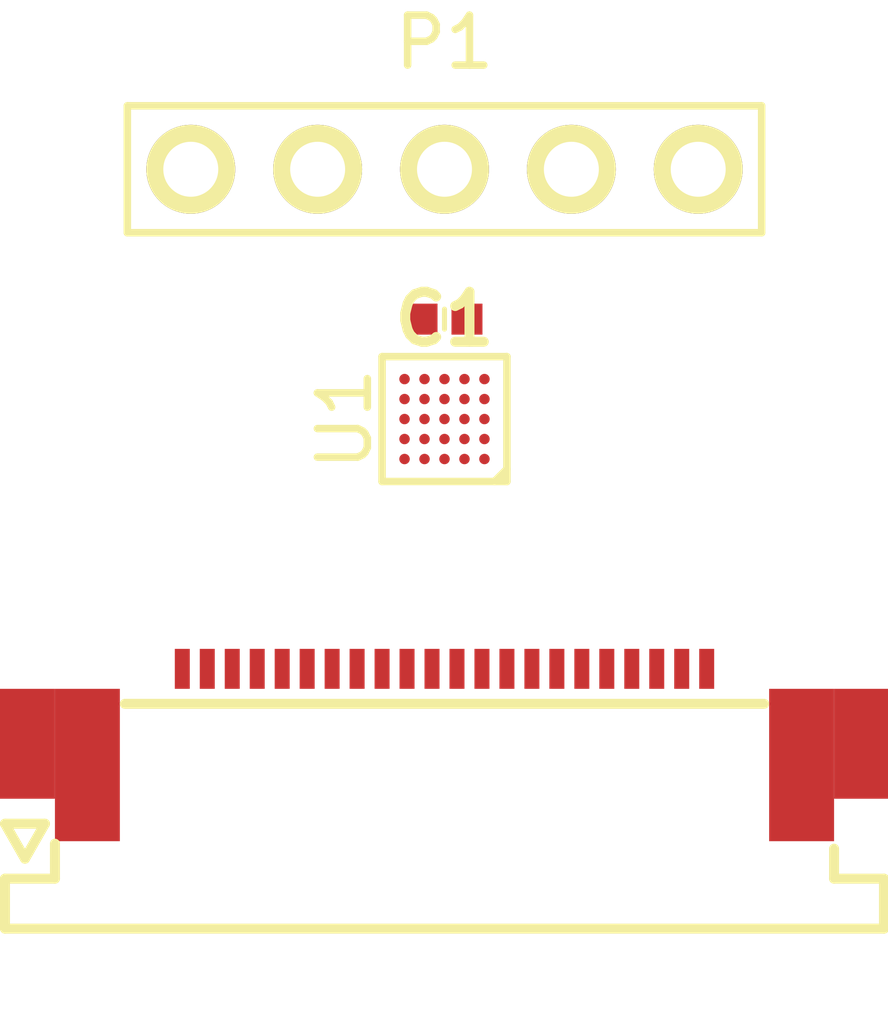
<source format=kicad_pcb>
(kicad_pcb (version 4) (host pcbnew 0.201511251016+6329~38~ubuntu14.04.1-stable)

  (general
    (links 27)
    (no_connects 27)
    (area 0 0 0 0)
    (thickness 1.6)
    (drawings 0)
    (tracks 0)
    (zones 0)
    (modules 4)
    (nets 26)
  )

  (page A4)
  (layers
    (0 F.Cu signal)
    (31 B.Cu signal)
    (32 B.Adhes user)
    (33 F.Adhes user)
    (34 B.Paste user)
    (35 F.Paste user)
    (36 B.SilkS user)
    (37 F.SilkS user)
    (38 B.Mask user)
    (39 F.Mask user)
    (40 Dwgs.User user)
    (41 Cmts.User user)
    (42 Eco1.User user)
    (43 Eco2.User user)
    (44 Edge.Cuts user)
    (45 Margin user)
    (46 B.CrtYd user)
    (47 F.CrtYd user)
    (48 B.Fab user)
    (49 F.Fab user hide)
  )

  (setup
    (last_trace_width 0.1)
    (trace_clearance 0.1)
    (zone_clearance 0.508)
    (zone_45_only no)
    (trace_min 0.1)
    (segment_width 0.2)
    (edge_width 0.1)
    (via_size 0.6)
    (via_drill 0.4)
    (via_min_size 0.4)
    (via_min_drill 0.3)
    (uvia_size 0.3)
    (uvia_drill 0.1)
    (uvias_allowed no)
    (uvia_min_size 0.2)
    (uvia_min_drill 0.1)
    (pcb_text_width 0.3)
    (pcb_text_size 1.5 1.5)
    (mod_edge_width 0.15)
    (mod_text_size 1 1)
    (mod_text_width 0.15)
    (pad_size 1.5 1.5)
    (pad_drill 0.6)
    (pad_to_mask_clearance 0)
    (aux_axis_origin 0 0)
    (visible_elements FFFFF77F)
    (pcbplotparams
      (layerselection 0x00030_80000001)
      (usegerberextensions false)
      (excludeedgelayer true)
      (linewidth 0.100000)
      (plotframeref false)
      (viasonmask false)
      (mode 1)
      (useauxorigin false)
      (hpglpennumber 1)
      (hpglpenspeed 20)
      (hpglpendiameter 15)
      (hpglpenoverlay 2)
      (psnegative false)
      (psa4output false)
      (plotreference true)
      (plotvalue true)
      (plotinvisibletext false)
      (padsonsilk false)
      (subtractmaskfromsilk false)
      (outputformat 1)
      (mirror false)
      (drillshape 1)
      (scaleselection 1)
      (outputdirectory ""))
  )

  (net 0 "")
  (net 1 /COL09)
  (net 2 /COL12)
  (net 3 /COL11)
  (net 4 /COL10)
  (net 5 /COL08)
  (net 6 /COL07)
  (net 7 /COL03)
  (net 8 /COL04)
  (net 9 /COL05)
  (net 10 /COL06)
  (net 11 /COL02)
  (net 12 /R03)
  (net 13 /R04)
  (net 14 /R05)
  (net 15 /COL01)
  (net 16 /R02)
  (net 17 /R06)
  (net 18 /R08)
  (net 19 /R07)
  (net 20 /R01)
  (net 21 GND)
  (net 22 VCC)
  (net 23 /RESET)
  (net 24 /SCL)
  (net 25 /SDA)

  (net_class Default "This is the default net class."
    (clearance 0.1)
    (trace_width 0.1)
    (via_dia 0.6)
    (via_drill 0.4)
    (uvia_dia 0.3)
    (uvia_drill 0.1)
    (add_net /COL01)
    (add_net /COL02)
    (add_net /COL03)
    (add_net /COL04)
    (add_net /COL05)
    (add_net /COL06)
    (add_net /COL07)
    (add_net /COL08)
    (add_net /COL09)
    (add_net /COL10)
    (add_net /COL11)
    (add_net /COL12)
    (add_net /R01)
    (add_net /R02)
    (add_net /R03)
    (add_net /R04)
    (add_net /R05)
    (add_net /R06)
    (add_net /R07)
    (add_net /R08)
    (add_net /RESET)
    (add_net /SCL)
    (add_net /SDA)
    (add_net GND)
    (add_net VCC)
  )

  (module SMD-Connectors:FPC_0.5mm_22p-MOLEX_52437 (layer F.Cu) (tedit 54E0FDEB) (tstamp 56589096)
    (at 142 100)
    (path /553BC891)
    (fp_text reference KB1 (at 0 2.5) (layer F.SilkS) hide
      (effects (font (size 1.5 1.5) (thickness 0.2)))
    )
    (fp_text value KEYBOARD-PSION-5MX (at 0 2.5) (layer F.SilkS) hide
      (effects (font (size 1.5 1.5) (thickness 0.2)))
    )
    (fp_line (start -8.8 3.1) (end -8 3.1) (layer F.SilkS) (width 0.2))
    (fp_line (start -8 3.1) (end -8.4 3.8) (layer F.SilkS) (width 0.2))
    (fp_line (start -8.4 3.8) (end -8.8 3.1) (layer F.SilkS) (width 0.2))
    (fp_line (start -7.8 3.5) (end -7.8 4.2) (layer F.SilkS) (width 0.2))
    (fp_line (start -7.8 4.2) (end -8.8 4.2) (layer F.SilkS) (width 0.2))
    (fp_line (start -8.8 4.2) (end -8.8 5.2) (layer F.SilkS) (width 0.2))
    (fp_line (start -8.8 5.2) (end 8.8 5.2) (layer F.SilkS) (width 0.2))
    (fp_line (start 8.8 5.2) (end 8.8 4.2) (layer F.SilkS) (width 0.2))
    (fp_line (start 8.8 4.2) (end 7.8 4.2) (layer F.SilkS) (width 0.2))
    (fp_line (start 7.8 4.2) (end 7.8 3.6) (layer F.SilkS) (width 0.2))
    (fp_line (start 5.75 1.3) (end 5.75 1.5) (layer Dwgs.User) (width 0.05))
    (fp_line (start 5.75 1.7) (end 5.75 1.9) (layer Dwgs.User) (width 0.05))
    (fp_line (start 5.75 2.5) (end 5.75 2.7) (layer Dwgs.User) (width 0.05))
    (fp_line (start 5.75 2.1) (end 5.75 2.3) (layer Dwgs.User) (width 0.05))
    (fp_line (start 5.75 2.9) (end 5.75 3.1) (layer Dwgs.User) (width 0.05))
    (fp_line (start 5.75 3.3) (end 5.75 3.5) (layer Dwgs.User) (width 0.05))
    (fp_line (start 5.75 5.7) (end 5.75 5.9) (layer Dwgs.User) (width 0.05))
    (fp_line (start 5.75 5.3) (end 5.75 5.5) (layer Dwgs.User) (width 0.05))
    (fp_line (start 5.75 4.5) (end 5.75 4.7) (layer Dwgs.User) (width 0.05))
    (fp_line (start 5.75 4.9) (end 5.75 5.1) (layer Dwgs.User) (width 0.05))
    (fp_line (start 5.75 4.1) (end 5.75 4.3) (layer Dwgs.User) (width 0.05))
    (fp_line (start 5.75 3.7) (end 5.75 3.9) (layer Dwgs.User) (width 0.05))
    (fp_line (start 5.75 6.9) (end 5.75 7.1) (layer Dwgs.User) (width 0.05))
    (fp_line (start 5.75 6.5) (end 5.75 6.7) (layer Dwgs.User) (width 0.05))
    (fp_line (start 5.75 6.1) (end 5.75 6.3) (layer Dwgs.User) (width 0.05))
    (fp_line (start -5.75 6.1) (end -5.75 6.3) (layer Dwgs.User) (width 0.05))
    (fp_line (start -5.75 6.5) (end -5.75 6.7) (layer Dwgs.User) (width 0.05))
    (fp_line (start -5.75 6.9) (end -5.75 7.1) (layer Dwgs.User) (width 0.05))
    (fp_line (start -5.75 3.7) (end -5.75 3.9) (layer Dwgs.User) (width 0.05))
    (fp_line (start -5.75 4.1) (end -5.75 4.3) (layer Dwgs.User) (width 0.05))
    (fp_line (start -5.75 4.9) (end -5.75 5.1) (layer Dwgs.User) (width 0.05))
    (fp_line (start -5.75 4.5) (end -5.75 4.7) (layer Dwgs.User) (width 0.05))
    (fp_line (start -5.75 5.3) (end -5.75 5.5) (layer Dwgs.User) (width 0.05))
    (fp_line (start -5.75 5.7) (end -5.75 5.9) (layer Dwgs.User) (width 0.05))
    (fp_line (start -5.75 3.3) (end -5.75 3.5) (layer Dwgs.User) (width 0.05))
    (fp_line (start -5.75 2.9) (end -5.75 3.1) (layer Dwgs.User) (width 0.05))
    (fp_line (start -5.75 2.1) (end -5.75 2.3) (layer Dwgs.User) (width 0.05))
    (fp_line (start -5.75 2.5) (end -5.75 2.7) (layer Dwgs.User) (width 0.05))
    (fp_line (start -5.75 1.7) (end -5.75 1.9) (layer Dwgs.User) (width 0.05))
    (fp_line (start -5.75 1.3) (end -5.75 1.5) (layer Dwgs.User) (width 0.05))
    (fp_line (start 4.7 1.2) (end 4.9 1.2) (layer Dwgs.User) (width 0.05))
    (fp_line (start 5.1 1.2) (end 5.3 1.2) (layer Dwgs.User) (width 0.05))
    (fp_line (start 5.5 1.2) (end 5.7 1.2) (layer Dwgs.User) (width 0.05))
    (fp_line (start 4.3 1.2) (end 4.5 1.2) (layer Dwgs.User) (width 0.05))
    (fp_line (start -2.1 1.2) (end -1.9 1.2) (layer Dwgs.User) (width 0.05))
    (fp_line (start -1.7 1.2) (end -1.5 1.2) (layer Dwgs.User) (width 0.05))
    (fp_line (start -0.9 1.2) (end -0.7 1.2) (layer Dwgs.User) (width 0.05))
    (fp_line (start -1.3 1.2) (end -1.1 1.2) (layer Dwgs.User) (width 0.05))
    (fp_line (start 0.3 1.2) (end 0.5 1.2) (layer Dwgs.User) (width 0.05))
    (fp_line (start 0.7 1.2) (end 0.9 1.2) (layer Dwgs.User) (width 0.05))
    (fp_line (start -0.1 1.2) (end 0.1 1.2) (layer Dwgs.User) (width 0.05))
    (fp_line (start -0.5 1.2) (end -0.3 1.2) (layer Dwgs.User) (width 0.05))
    (fp_line (start 2.7 1.2) (end 2.9 1.2) (layer Dwgs.User) (width 0.05))
    (fp_line (start 3.1 1.2) (end 3.3 1.2) (layer Dwgs.User) (width 0.05))
    (fp_line (start 3.9 1.2) (end 4.1 1.2) (layer Dwgs.User) (width 0.05))
    (fp_line (start 3.5 1.2) (end 3.7 1.2) (layer Dwgs.User) (width 0.05))
    (fp_line (start 1.9 1.2) (end 2.1 1.2) (layer Dwgs.User) (width 0.05))
    (fp_line (start 2.3 1.2) (end 2.5 1.2) (layer Dwgs.User) (width 0.05))
    (fp_line (start 1.5 1.2) (end 1.7 1.2) (layer Dwgs.User) (width 0.05))
    (fp_line (start 1.1 1.2) (end 1.3 1.2) (layer Dwgs.User) (width 0.05))
    (fp_line (start -5.3 1.2) (end -5.1 1.2) (layer Dwgs.User) (width 0.05))
    (fp_line (start -4.9 1.2) (end -4.7 1.2) (layer Dwgs.User) (width 0.05))
    (fp_line (start -4.1 1.2) (end -3.9 1.2) (layer Dwgs.User) (width 0.05))
    (fp_line (start -4.5 1.2) (end -4.3 1.2) (layer Dwgs.User) (width 0.05))
    (fp_line (start -2.9 1.2) (end -2.7 1.2) (layer Dwgs.User) (width 0.05))
    (fp_line (start -2.5 1.2) (end -2.3 1.2) (layer Dwgs.User) (width 0.05))
    (fp_line (start -3.3 1.2) (end -3.1 1.2) (layer Dwgs.User) (width 0.05))
    (fp_line (start -3.7 1.2) (end -3.5 1.2) (layer Dwgs.User) (width 0.05))
    (fp_line (start -5.7 1.2) (end -5.5 1.2) (layer Dwgs.User) (width 0.05))
    (fp_line (start -8.5 5.8) (end -8.3 5.8) (layer Dwgs.User) (width 0.05))
    (fp_line (start -8.1 5.8) (end -7.9 5.8) (layer Dwgs.User) (width 0.05))
    (fp_line (start -7.3 5.8) (end -7.1 5.8) (layer Dwgs.User) (width 0.05))
    (fp_line (start -7.7 5.8) (end -7.5 5.8) (layer Dwgs.User) (width 0.05))
    (fp_line (start -6.1 5.8) (end -5.9 5.8) (layer Dwgs.User) (width 0.05))
    (fp_line (start -5.7 5.8) (end -5.5 5.8) (layer Dwgs.User) (width 0.05))
    (fp_line (start -6.5 5.8) (end -6.3 5.8) (layer Dwgs.User) (width 0.05))
    (fp_line (start -6.9 5.8) (end -6.7 5.8) (layer Dwgs.User) (width 0.05))
    (fp_line (start -3.7 5.8) (end -3.5 5.8) (layer Dwgs.User) (width 0.05))
    (fp_line (start -3.3 5.8) (end -3.1 5.8) (layer Dwgs.User) (width 0.05))
    (fp_line (start -2.5 5.8) (end -2.3 5.8) (layer Dwgs.User) (width 0.05))
    (fp_line (start -2.9 5.8) (end -2.7 5.8) (layer Dwgs.User) (width 0.05))
    (fp_line (start -4.5 5.8) (end -4.3 5.8) (layer Dwgs.User) (width 0.05))
    (fp_line (start -4.1 5.8) (end -3.9 5.8) (layer Dwgs.User) (width 0.05))
    (fp_line (start -4.9 5.8) (end -4.7 5.8) (layer Dwgs.User) (width 0.05))
    (fp_line (start -5.3 5.8) (end -5.1 5.8) (layer Dwgs.User) (width 0.05))
    (fp_line (start 1.1 5.8) (end 1.3 5.8) (layer Dwgs.User) (width 0.05))
    (fp_line (start 1.5 5.8) (end 1.7 5.8) (layer Dwgs.User) (width 0.05))
    (fp_line (start 2.3 5.8) (end 2.5 5.8) (layer Dwgs.User) (width 0.05))
    (fp_line (start 1.9 5.8) (end 2.1 5.8) (layer Dwgs.User) (width 0.05))
    (fp_line (start 3.5 5.8) (end 3.7 5.8) (layer Dwgs.User) (width 0.05))
    (fp_line (start 3.9 5.8) (end 4.1 5.8) (layer Dwgs.User) (width 0.05))
    (fp_line (start 3.1 5.8) (end 3.3 5.8) (layer Dwgs.User) (width 0.05))
    (fp_line (start 2.7 5.8) (end 2.9 5.8) (layer Dwgs.User) (width 0.05))
    (fp_line (start -0.5 5.8) (end -0.3 5.8) (layer Dwgs.User) (width 0.05))
    (fp_line (start -0.1 5.8) (end 0.1 5.8) (layer Dwgs.User) (width 0.05))
    (fp_line (start 0.7 5.8) (end 0.9 5.8) (layer Dwgs.User) (width 0.05))
    (fp_line (start 0.3 5.8) (end 0.5 5.8) (layer Dwgs.User) (width 0.05))
    (fp_line (start -1.3 5.8) (end -1.1 5.8) (layer Dwgs.User) (width 0.05))
    (fp_line (start -0.9 5.8) (end -0.7 5.8) (layer Dwgs.User) (width 0.05))
    (fp_line (start -1.7 5.8) (end -1.5 5.8) (layer Dwgs.User) (width 0.05))
    (fp_line (start -2.1 5.8) (end -1.9 5.8) (layer Dwgs.User) (width 0.05))
    (fp_line (start 6.3 5.8) (end 6.5 5.8) (layer Dwgs.User) (width 0.05))
    (fp_line (start 6.7 5.8) (end 6.9 5.8) (layer Dwgs.User) (width 0.05))
    (fp_line (start 7.5 5.8) (end 7.7 5.8) (layer Dwgs.User) (width 0.05))
    (fp_line (start 7.1 5.8) (end 7.3 5.8) (layer Dwgs.User) (width 0.05))
    (fp_line (start 8.3 5.8) (end 8.5 5.8) (layer Dwgs.User) (width 0.05))
    (fp_line (start 7.9 5.8) (end 8.1 5.8) (layer Dwgs.User) (width 0.05))
    (fp_line (start 4.3 5.8) (end 4.5 5.8) (layer Dwgs.User) (width 0.05))
    (fp_line (start 5.5 5.8) (end 5.7 5.8) (layer Dwgs.User) (width 0.05))
    (fp_line (start 5.9 5.8) (end 6.1 5.8) (layer Dwgs.User) (width 0.05))
    (fp_line (start 5.1 5.8) (end 5.3 5.8) (layer Dwgs.User) (width 0.05))
    (fp_line (start 4.7 5.8) (end 4.9 5.8) (layer Dwgs.User) (width 0.05))
    (fp_line (start 8.7 5.8) (end 8.8 5.8) (layer Dwgs.User) (width 0.05))
    (fp_line (start -8.8 5.8) (end -8.7 5.8) (layer Dwgs.User) (width 0.05))
    (fp_line (start 8.7 6.8) (end 8.8 6.8) (layer Dwgs.User) (width 0.05))
    (fp_line (start 7.8 5.4) (end 7.8 5.6) (layer Dwgs.User) (width 0.05))
    (fp_line (start 8.8 5.8) (end 8.8 6) (layer Dwgs.User) (width 0.05))
    (fp_line (start 8.8 6.2) (end 8.8 6.4) (layer Dwgs.User) (width 0.05))
    (fp_line (start 8.8 6.6) (end 8.8 6.8) (layer Dwgs.User) (width 0.05))
    (fp_line (start 4.7 6.8) (end 4.9 6.8) (layer Dwgs.User) (width 0.05))
    (fp_line (start 5.1 6.8) (end 5.3 6.8) (layer Dwgs.User) (width 0.05))
    (fp_line (start 5.9 6.8) (end 6.1 6.8) (layer Dwgs.User) (width 0.05))
    (fp_line (start 5.5 6.8) (end 5.7 6.8) (layer Dwgs.User) (width 0.05))
    (fp_line (start 4.3 6.8) (end 4.5 6.8) (layer Dwgs.User) (width 0.05))
    (fp_line (start 7.9 6.8) (end 8.1 6.8) (layer Dwgs.User) (width 0.05))
    (fp_line (start 8.3 6.8) (end 8.5 6.8) (layer Dwgs.User) (width 0.05))
    (fp_line (start 7.1 6.8) (end 7.3 6.8) (layer Dwgs.User) (width 0.05))
    (fp_line (start 7.5 6.8) (end 7.7 6.8) (layer Dwgs.User) (width 0.05))
    (fp_line (start 6.7 6.8) (end 6.9 6.8) (layer Dwgs.User) (width 0.05))
    (fp_line (start 6.3 6.8) (end 6.5 6.8) (layer Dwgs.User) (width 0.05))
    (fp_line (start -2.1 6.8) (end -1.9 6.8) (layer Dwgs.User) (width 0.05))
    (fp_line (start -1.7 6.8) (end -1.5 6.8) (layer Dwgs.User) (width 0.05))
    (fp_line (start -0.9 6.8) (end -0.7 6.8) (layer Dwgs.User) (width 0.05))
    (fp_line (start -1.3 6.8) (end -1.1 6.8) (layer Dwgs.User) (width 0.05))
    (fp_line (start 0.3 6.8) (end 0.5 6.8) (layer Dwgs.User) (width 0.05))
    (fp_line (start 0.7 6.8) (end 0.9 6.8) (layer Dwgs.User) (width 0.05))
    (fp_line (start -0.1 6.8) (end 0.1 6.8) (layer Dwgs.User) (width 0.05))
    (fp_line (start -0.5 6.8) (end -0.3 6.8) (layer Dwgs.User) (width 0.05))
    (fp_line (start 2.7 6.8) (end 2.9 6.8) (layer Dwgs.User) (width 0.05))
    (fp_line (start 3.1 6.8) (end 3.3 6.8) (layer Dwgs.User) (width 0.05))
    (fp_line (start 3.9 6.8) (end 4.1 6.8) (layer Dwgs.User) (width 0.05))
    (fp_line (start 3.5 6.8) (end 3.7 6.8) (layer Dwgs.User) (width 0.05))
    (fp_line (start 1.9 6.8) (end 2.1 6.8) (layer Dwgs.User) (width 0.05))
    (fp_line (start 2.3 6.8) (end 2.5 6.8) (layer Dwgs.User) (width 0.05))
    (fp_line (start 1.5 6.8) (end 1.7 6.8) (layer Dwgs.User) (width 0.05))
    (fp_line (start 1.1 6.8) (end 1.3 6.8) (layer Dwgs.User) (width 0.05))
    (fp_line (start -5.3 6.8) (end -5.1 6.8) (layer Dwgs.User) (width 0.05))
    (fp_line (start -4.9 6.8) (end -4.7 6.8) (layer Dwgs.User) (width 0.05))
    (fp_line (start -4.1 6.8) (end -3.9 6.8) (layer Dwgs.User) (width 0.05))
    (fp_line (start -4.5 6.8) (end -4.3 6.8) (layer Dwgs.User) (width 0.05))
    (fp_line (start -2.9 6.8) (end -2.7 6.8) (layer Dwgs.User) (width 0.05))
    (fp_line (start -2.5 6.8) (end -2.3 6.8) (layer Dwgs.User) (width 0.05))
    (fp_line (start -3.3 6.8) (end -3.1 6.8) (layer Dwgs.User) (width 0.05))
    (fp_line (start -3.7 6.8) (end -3.5 6.8) (layer Dwgs.User) (width 0.05))
    (fp_line (start -6.9 6.8) (end -6.7 6.8) (layer Dwgs.User) (width 0.05))
    (fp_line (start -6.5 6.8) (end -6.3 6.8) (layer Dwgs.User) (width 0.05))
    (fp_line (start -5.7 6.8) (end -5.5 6.8) (layer Dwgs.User) (width 0.05))
    (fp_line (start -6.1 6.8) (end -5.9 6.8) (layer Dwgs.User) (width 0.05))
    (fp_line (start -7.7 6.8) (end -7.5 6.8) (layer Dwgs.User) (width 0.05))
    (fp_line (start -7.3 6.8) (end -7.1 6.8) (layer Dwgs.User) (width 0.05))
    (fp_line (start -8.1 6.8) (end -7.9 6.8) (layer Dwgs.User) (width 0.05))
    (fp_line (start -8.5 6.8) (end -8.3 6.8) (layer Dwgs.User) (width 0.05))
    (fp_line (start -8.8 6.8) (end -8.7 6.8) (layer Dwgs.User) (width 0.05))
    (fp_line (start -8.8 6.6) (end -8.8 6.8) (layer Dwgs.User) (width 0.05))
    (fp_line (start -8.8 6.2) (end -8.8 6.4) (layer Dwgs.User) (width 0.05))
    (fp_line (start -8.8 5.8) (end -8.8 6) (layer Dwgs.User) (width 0.05))
    (fp_line (start -7.8 5.4) (end -7.8 5.6) (layer Dwgs.User) (width 0.05))
    (fp_line (start 8.8 4.2) (end 8.8 5.2) (layer Dwgs.User) (width 0.05))
    (fp_line (start -8.8 4.2) (end -8.8 5.2) (layer Dwgs.User) (width 0.05))
    (fp_line (start -7.8 0.7) (end -7.8 4.2) (layer Dwgs.User) (width 0.05))
    (fp_line (start -8.8 4.2) (end 8.8 4.2) (layer Dwgs.User) (width 0.05))
    (fp_line (start 7.8 4.2) (end 7.8 0.7) (layer Dwgs.User) (width 0.05))
    (fp_line (start 7.8 0.7) (end -7.8 0.7) (layer Dwgs.User) (width 0.05))
    (fp_line (start 8.8 5.2) (end -8.8 5.2) (layer Dwgs.User) (width 0.05))
    (fp_line (start -6.4 0.7) (end 6.4 0.7) (layer F.SilkS) (width 0.2))
    (pad "" smd rect (at 6.1 1.6) (size 0.8 1.3) (layers Eco2.User))
    (pad "" smd rect (at 8.35 1.5) (size 1.1 2.2) (layers F.Cu F.Paste F.Mask))
    (pad "" smd rect (at 7.15 1.925) (size 1.3 3.05) (layers F.Cu F.Paste F.Mask))
    (pad 1 smd rect (at -5.25 0) (size 0.3 0.8) (layers F.Cu F.Paste F.Mask))
    (pad 2 smd rect (at -4.75 0) (size 0.3 0.8) (layers F.Cu F.Paste F.Mask)
      (net 1 /COL09))
    (pad 3 smd rect (at -4.25 0) (size 0.3 0.8) (layers F.Cu F.Paste F.Mask)
      (net 2 /COL12))
    (pad 4 smd rect (at -3.75 0) (size 0.3 0.8) (layers F.Cu F.Paste F.Mask)
      (net 3 /COL11))
    (pad 5 smd rect (at -3.25 0) (size 0.3 0.8) (layers F.Cu F.Paste F.Mask)
      (net 4 /COL10))
    (pad 6 smd rect (at -2.75 0) (size 0.3 0.8) (layers F.Cu F.Paste F.Mask)
      (net 5 /COL08))
    (pad 7 smd rect (at -2.25 0) (size 0.3 0.8) (layers F.Cu F.Paste F.Mask)
      (net 6 /COL07))
    (pad 8 smd rect (at -1.75 0) (size 0.3 0.8) (layers F.Cu F.Paste F.Mask)
      (net 7 /COL03))
    (pad 9 smd rect (at -1.25 0) (size 0.3 0.8) (layers F.Cu F.Paste F.Mask)
      (net 8 /COL04))
    (pad 10 smd rect (at -0.75 0) (size 0.3 0.8) (layers F.Cu F.Paste F.Mask)
      (net 9 /COL05))
    (pad 11 smd rect (at -0.25 0) (size 0.3 0.8) (layers F.Cu F.Paste F.Mask)
      (net 10 /COL06))
    (pad 12 smd rect (at 0.25 0) (size 0.3 0.8) (layers F.Cu F.Paste F.Mask)
      (net 11 /COL02))
    (pad 13 smd rect (at 0.75 0) (size 0.3 0.8) (layers F.Cu F.Paste F.Mask)
      (net 12 /R03))
    (pad 14 smd rect (at 1.25 0) (size 0.3 0.8) (layers F.Cu F.Paste F.Mask)
      (net 13 /R04))
    (pad 15 smd rect (at 1.75 0) (size 0.3 0.8) (layers F.Cu F.Paste F.Mask)
      (net 14 /R05))
    (pad 16 smd rect (at 2.25 0) (size 0.3 0.8) (layers F.Cu F.Paste F.Mask)
      (net 15 /COL01))
    (pad 17 smd rect (at 2.75 0) (size 0.3 0.8) (layers F.Cu F.Paste F.Mask)
      (net 16 /R02))
    (pad 18 smd rect (at 3.25 0) (size 0.3 0.8) (layers F.Cu F.Paste F.Mask)
      (net 17 /R06))
    (pad 19 smd rect (at 3.75 0) (size 0.3 0.8) (layers F.Cu F.Paste F.Mask)
      (net 18 /R08))
    (pad 20 smd rect (at 4.25 0) (size 0.3 0.8) (layers F.Cu F.Paste F.Mask)
      (net 19 /R07))
    (pad 21 smd rect (at 4.75 0) (size 0.3 0.8) (layers F.Cu F.Paste F.Mask)
      (net 20 /R01))
    (pad 22 smd rect (at 5.25 0) (size 0.3 0.8) (layers F.Cu F.Paste F.Mask))
    (pad "" smd rect (at -7.15 1.925) (size 1.3 3.05) (layers F.Cu F.Paste F.Mask))
    (pad "" smd rect (at -8.35 1.5) (size 1.1 2.2) (layers F.Cu F.Paste F.Mask))
    (pad "" smd rect (at -6.1 1.6) (size 0.8 1.3) (layers Eco2.User))
  )

  (module SMD-BGA:DSBGA-25_2x2_0mm4 locked (layer F.Cu) (tedit 565880FC) (tstamp 565890B3)
    (at 142 95 90)
    (path /565884AB)
    (fp_text reference U1 (at 0 -2 90) (layer F.SilkS)
      (effects (font (size 1 1) (thickness 0.15)))
    )
    (fp_text value LM8330 (at 0 0 90) (layer F.Fab)
      (effects (font (size 1 1) (thickness 0.15)))
    )
    (fp_line (start -1.25 1) (end -1 1.25) (layer F.SilkS) (width 0.15))
    (fp_line (start -1.25 1.25) (end -1.25 -1.25) (layer F.SilkS) (width 0.15))
    (fp_line (start -1.25 -1.25) (end 1.25 -1.25) (layer F.SilkS) (width 0.15))
    (fp_line (start 1.25 -1.25) (end 1.25 1.25) (layer F.SilkS) (width 0.15))
    (fp_line (start 1.25 1.25) (end -1.25 1.25) (layer F.SilkS) (width 0.15))
    (fp_line (start -1 1) (end -1 -1) (layer Dwgs.User) (width 0.05))
    (fp_line (start -1 -1) (end 1 -1) (layer Dwgs.User) (width 0.05))
    (fp_line (start 1 -1) (end 1 1) (layer Dwgs.User) (width 0.05))
    (fp_line (start 1 1) (end -1 1) (layer Dwgs.User) (width 0.05))
    (pad A1 smd circle (at -0.8 0.8 180) (size 0.21 0.21) (layers F.Cu F.Paste F.Mask)
      (net 14 /R05) (solder_mask_margin 0.05))
    (pad A2 smd circle (at -0.8 0.4 180) (size 0.21 0.21) (layers F.Cu F.Paste F.Mask)
      (net 17 /R06) (solder_mask_margin 0.05))
    (pad A3 smd circle (at -0.8 0 180) (size 0.21 0.21) (layers F.Cu F.Paste F.Mask)
      (net 23 /RESET) (solder_mask_margin 0.05))
    (pad A4 smd circle (at -0.8 -0.4 180) (size 0.21 0.21) (layers F.Cu F.Paste F.Mask)
      (net 24 /SCL) (solder_mask_margin 0.05))
    (pad A5 smd circle (at -0.8 -0.8 180) (size 0.21 0.21) (layers F.Cu F.Paste F.Mask)
      (net 25 /SDA) (solder_mask_margin 0.05))
    (pad B1 smd circle (at -0.4 0.8 180) (size 0.21 0.21) (layers F.Cu F.Paste F.Mask)
      (net 10 /COL06) (solder_mask_margin 0.05))
    (pad B2 smd circle (at -0.4 0.4 180) (size 0.21 0.21) (layers F.Cu F.Paste F.Mask)
      (net 9 /COL05) (solder_mask_margin 0.05))
    (pad B3 smd circle (at -0.4 0 180) (size 0.21 0.21) (layers F.Cu F.Paste F.Mask)
      (net 5 /COL08) (solder_mask_margin 0.05))
    (pad B4 smd circle (at -0.4 -0.4 180) (size 0.21 0.21) (layers F.Cu F.Paste F.Mask)
      (net 12 /R03) (solder_mask_margin 0.05))
    (pad B5 smd circle (at -0.4 -0.8 180) (size 0.21 0.21) (layers F.Cu F.Paste F.Mask)
      (net 13 /R04) (solder_mask_margin 0.05))
    (pad C1 smd circle (at 0 0.8 180) (size 0.21 0.21) (layers F.Cu F.Paste F.Mask)
      (net 19 /R07) (solder_mask_margin 0.05))
    (pad C2 smd circle (at 0 0.4 180) (size 0.21 0.21) (layers F.Cu F.Paste F.Mask)
      (net 6 /COL07) (solder_mask_margin 0.05))
    (pad C3 smd circle (at 0 0 180) (size 0.21 0.21) (layers F.Cu F.Paste F.Mask)
      (net 21 GND) (solder_mask_margin 0.05))
    (pad C4 smd circle (at 0 -0.4 180) (size 0.21 0.21) (layers F.Cu F.Paste F.Mask)
      (net 1 /COL09) (solder_mask_margin 0.05))
    (pad C5 smd circle (at 0 -0.8 180) (size 0.21 0.21) (layers F.Cu F.Paste F.Mask)
      (net 2 /COL12) (solder_mask_margin 0.05))
    (pad D1 smd circle (at 0.4 0.8 180) (size 0.21 0.21) (layers F.Cu F.Paste F.Mask)
      (net 18 /R08) (solder_mask_margin 0.05))
    (pad D2 smd circle (at 0.4 0.4 180) (size 0.21 0.21) (layers F.Cu F.Paste F.Mask)
      (net 16 /R02) (solder_mask_margin 0.05))
    (pad D3 smd circle (at 0.4 0 180) (size 0.21 0.21) (layers F.Cu F.Paste F.Mask)
      (net 22 VCC) (solder_mask_margin 0.05))
    (pad D4 smd circle (at 0.4 -0.4 180) (size 0.21 0.21) (layers F.Cu F.Paste F.Mask)
      (net 8 /COL04) (solder_mask_margin 0.05))
    (pad D5 smd circle (at 0.4 -0.8 180) (size 0.21 0.21) (layers F.Cu F.Paste F.Mask)
      (net 4 /COL10) (solder_mask_margin 0.05))
    (pad E1 smd circle (at 0.8 0.8 180) (size 0.21 0.21) (layers F.Cu F.Paste F.Mask)
      (net 20 /R01) (solder_mask_margin 0.05))
    (pad E2 smd circle (at 0.8 0.4 180) (size 0.21 0.21) (layers F.Cu F.Paste F.Mask)
      (net 7 /COL03) (solder_mask_margin 0.05))
    (pad E3 smd circle (at 0.8 0 180) (size 0.21 0.21) (layers F.Cu F.Paste F.Mask)
      (net 11 /COL02) (solder_mask_margin 0.05))
    (pad E4 smd circle (at 0.8 -0.4 180) (size 0.21 0.21) (layers F.Cu F.Paste F.Mask)
      (net 15 /COL01) (solder_mask_margin 0.05))
    (pad E5 smd circle (at 0.8 -0.8 180) (size 0.21 0.21) (layers F.Cu F.Paste F.Mask)
      (net 3 /COL11) (solder_mask_margin 0.05))
  )

  (module SMD-DiscreteB:C-0402-1005 (layer F.Cu) (tedit 54E8DE97) (tstamp 565890CA)
    (at 142 93)
    (path /56588EFD)
    (attr smd)
    (fp_text reference C1 (at 0 0) (layer F.SilkS)
      (effects (font (size 1 1) (thickness 0.2)))
    )
    (fp_text value 100n (at 0 0) (layer F.SilkS) hide
      (effects (font (size 1 1) (thickness 0.2)))
    )
    (fp_line (start 0 -0.2) (end 0 0.2) (layer F.SilkS) (width 0.1))
    (fp_line (start -0.95 -0.5) (end 0.95 -0.5) (layer Dwgs.User) (width 0.05))
    (fp_line (start 0.95 -0.5) (end 0.95 0.5) (layer Dwgs.User) (width 0.05))
    (fp_line (start 0.95 0.5) (end -0.95 0.5) (layer Dwgs.User) (width 0.05))
    (fp_line (start -0.95 0.5) (end -0.95 -0.5) (layer Dwgs.User) (width 0.05))
    (fp_line (start -0.5 -0.25) (end 0.5 -0.25) (layer Dwgs.User) (width 0.05))
    (fp_line (start 0.5 -0.25) (end 0.5 0.25) (layer Dwgs.User) (width 0.05))
    (fp_line (start 0.5 0.25) (end -0.5 0.25) (layer Dwgs.User) (width 0.05))
    (fp_line (start -0.5 0.25) (end -0.5 -0.25) (layer Dwgs.User) (width 0.05))
    (pad 1 smd rect (at -0.45 0) (size 0.62 0.62) (layers F.Cu F.Paste F.Mask)
      (net 22 VCC))
    (pad 2 smd rect (at 0.45 0) (size 0.62 0.62) (layers F.Cu F.Paste F.Mask)
      (net 21 GND))
    (model /home/rasmus/Dropbox/Projekt/Teknik/common/kicad-3d/Discretes/SMD/Cap/C-0402-1005.wrl
      (at (xyz 0 0 0))
      (scale (xyz 1 1 1))
      (rotate (xyz 0 0 0))
    )
  )

  (module Pin_Header_2.54mm:PIN_HEADER-1x5 (layer F.Cu) (tedit 56588FE2) (tstamp 565890DA)
    (at 142 90)
    (path /56588D97)
    (fp_text reference P1 (at 0 -2.54) (layer F.SilkS)
      (effects (font (size 1 1) (thickness 0.15)))
    )
    (fp_text value IO (at 0 2.54) (layer F.SilkS) hide
      (effects (font (size 1 1) (thickness 0.15)))
    )
    (fp_line (start -6.35 -1.27) (end 6.35 -1.27) (layer F.SilkS) (width 0.15))
    (fp_line (start 6.35 -1.27) (end 6.35 1.27) (layer F.SilkS) (width 0.15))
    (fp_line (start 6.35 1.27) (end -6.35 1.27) (layer F.SilkS) (width 0.15))
    (fp_line (start -6.35 1.27) (end -6.35 -1.27) (layer F.SilkS) (width 0.15))
    (fp_line (start -6.35 -1.27) (end 6.35 -1.27) (layer Dwgs.User) (width 0.05))
    (fp_line (start 6.35 -1.27) (end 6.35 1.27) (layer Dwgs.User) (width 0.05))
    (fp_line (start 6.35 1.27) (end -6.35 1.27) (layer Dwgs.User) (width 0.05))
    (fp_line (start -6.35 1.27) (end -6.35 -1.27) (layer Dwgs.User) (width 0.05))
    (pad 1 thru_hole circle (at -5.08 0) (size 1.78 1.78) (drill 1.1) (layers *.Cu *.Mask F.SilkS)
      (net 22 VCC))
    (pad 2 thru_hole circle (at -2.54 0) (size 1.78 1.78) (drill 1.1) (layers *.Cu *.Mask F.SilkS)
      (net 23 /RESET))
    (pad 3 thru_hole circle (at 0 0) (size 1.78 1.78) (drill 1.1) (layers *.Cu *.Mask F.SilkS)
      (net 24 /SCL))
    (pad 4 thru_hole circle (at 2.54 0) (size 1.78 1.78) (drill 1.1) (layers *.Cu *.Mask F.SilkS)
      (net 25 /SDA))
    (pad 5 thru_hole circle (at 5.08 0) (size 1.78 1.78) (drill 1.1) (layers *.Cu *.Mask F.SilkS)
      (net 21 GND))
  )

)

</source>
